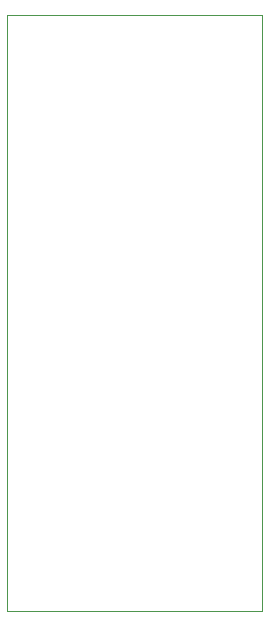
<source format=gbr>
%TF.GenerationSoftware,KiCad,Pcbnew,8.0.2*%
%TF.CreationDate,2024-07-28T15:43:25-06:00*%
%TF.ProjectId,stm32_devboard,73746d33-325f-4646-9576-626f6172642e,rev?*%
%TF.SameCoordinates,Original*%
%TF.FileFunction,Profile,NP*%
%FSLAX46Y46*%
G04 Gerber Fmt 4.6, Leading zero omitted, Abs format (unit mm)*
G04 Created by KiCad (PCBNEW 8.0.2) date 2024-07-28 15:43:25*
%MOMM*%
%LPD*%
G01*
G04 APERTURE LIST*
%TA.AperFunction,Profile*%
%ADD10C,0.050000*%
%TD*%
G04 APERTURE END LIST*
D10*
X130175000Y-72136000D02*
X151765000Y-72136000D01*
X151765000Y-122555000D01*
X130175000Y-122555000D01*
X130175000Y-72136000D01*
M02*

</source>
